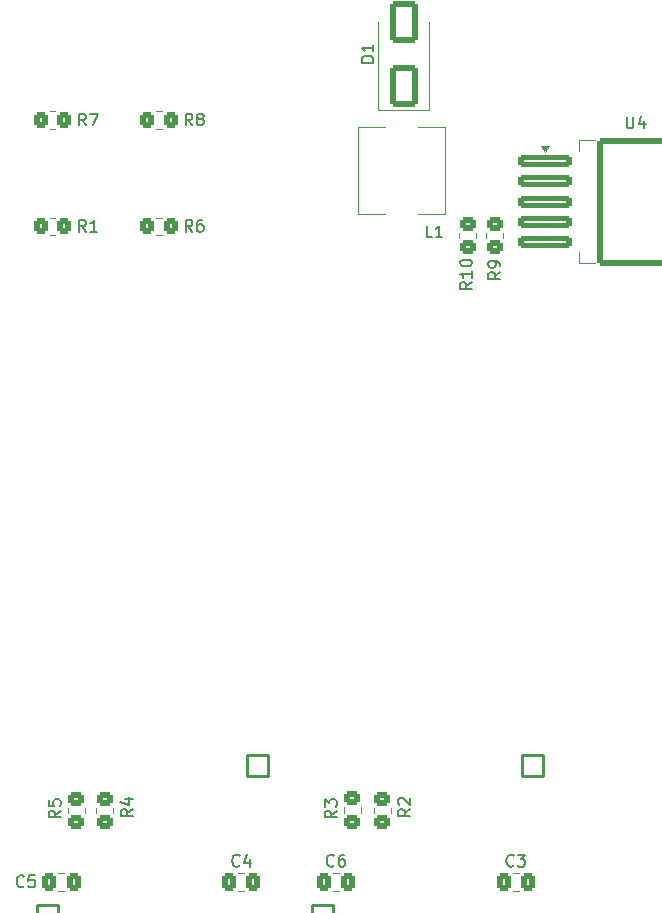
<source format=gbr>
%TF.GenerationSoftware,KiCad,Pcbnew,8.0.0*%
%TF.CreationDate,2025-04-05T00:05:52+03:00*%
%TF.ProjectId,esp_stepper,6573705f-7374-4657-9070-65722e6b6963,rev?*%
%TF.SameCoordinates,Original*%
%TF.FileFunction,Legend,Top*%
%TF.FilePolarity,Positive*%
%FSLAX46Y46*%
G04 Gerber Fmt 4.6, Leading zero omitted, Abs format (unit mm)*
G04 Created by KiCad (PCBNEW 8.0.0) date 2025-04-05 00:05:52*
%MOMM*%
%LPD*%
G01*
G04 APERTURE LIST*
G04 Aperture macros list*
%AMRoundRect*
0 Rectangle with rounded corners*
0 $1 Rounding radius*
0 $2 $3 $4 $5 $6 $7 $8 $9 X,Y pos of 4 corners*
0 Add a 4 corners polygon primitive as box body*
4,1,4,$2,$3,$4,$5,$6,$7,$8,$9,$2,$3,0*
0 Add four circle primitives for the rounded corners*
1,1,$1+$1,$2,$3*
1,1,$1+$1,$4,$5*
1,1,$1+$1,$6,$7*
1,1,$1+$1,$8,$9*
0 Add four rect primitives between the rounded corners*
20,1,$1+$1,$2,$3,$4,$5,0*
20,1,$1+$1,$4,$5,$6,$7,0*
20,1,$1+$1,$6,$7,$8,$9,0*
20,1,$1+$1,$8,$9,$2,$3,0*%
G04 Aperture macros list end*
%ADD10C,0.150000*%
%ADD11C,0.120000*%
%ADD12R,1.800000X1.800000*%
%ADD13C,1.800000*%
%ADD14R,2.600000X2.600000*%
%ADD15C,2.600000*%
%ADD16R,1.800000X2.600000*%
%ADD17O,1.800000X2.600000*%
%ADD18RoundRect,0.102000X0.900000X-0.900000X0.900000X0.900000X-0.900000X0.900000X-0.900000X-0.900000X0*%
%ADD19C,2.004000*%
%ADD20R,1.600000X1.600000*%
%ADD21C,1.600000*%
%ADD22R,1.700000X1.700000*%
%ADD23O,1.700000X1.700000*%
%ADD24RoundRect,0.250000X-0.450000X0.350000X-0.450000X-0.350000X0.450000X-0.350000X0.450000X0.350000X0*%
%ADD25RoundRect,0.250000X-0.350000X-0.450000X0.350000X-0.450000X0.350000X0.450000X-0.350000X0.450000X0*%
%ADD26R,2.600000X1.950000*%
%ADD27RoundRect,0.250000X-2.050000X-0.300000X2.050000X-0.300000X2.050000X0.300000X-2.050000X0.300000X0*%
%ADD28RoundRect,0.250002X-4.449998X-5.149998X4.449998X-5.149998X4.449998X5.149998X-4.449998X5.149998X0*%
%ADD29RoundRect,0.250000X0.337500X0.475000X-0.337500X0.475000X-0.337500X-0.475000X0.337500X-0.475000X0*%
%ADD30RoundRect,0.250000X0.900000X-1.500000X0.900000X1.500000X-0.900000X1.500000X-0.900000X-1.500000X0*%
G04 APERTURE END LIST*
D10*
X96011437Y-130468666D02*
X95535246Y-130801999D01*
X96011437Y-131040094D02*
X95011437Y-131040094D01*
X95011437Y-131040094D02*
X95011437Y-130659142D01*
X95011437Y-130659142D02*
X95059056Y-130563904D01*
X95059056Y-130563904D02*
X95106675Y-130516285D01*
X95106675Y-130516285D02*
X95201913Y-130468666D01*
X95201913Y-130468666D02*
X95344770Y-130468666D01*
X95344770Y-130468666D02*
X95440008Y-130516285D01*
X95440008Y-130516285D02*
X95487627Y-130563904D01*
X95487627Y-130563904D02*
X95535246Y-130659142D01*
X95535246Y-130659142D02*
X95535246Y-131040094D01*
X95011437Y-129563904D02*
X95011437Y-130040094D01*
X95011437Y-130040094D02*
X95487627Y-130087713D01*
X95487627Y-130087713D02*
X95440008Y-130040094D01*
X95440008Y-130040094D02*
X95392389Y-129944856D01*
X95392389Y-129944856D02*
X95392389Y-129706761D01*
X95392389Y-129706761D02*
X95440008Y-129611523D01*
X95440008Y-129611523D02*
X95487627Y-129563904D01*
X95487627Y-129563904D02*
X95582865Y-129516285D01*
X95582865Y-129516285D02*
X95820960Y-129516285D01*
X95820960Y-129516285D02*
X95916198Y-129563904D01*
X95916198Y-129563904D02*
X95963818Y-129611523D01*
X95963818Y-129611523D02*
X96011437Y-129706761D01*
X96011437Y-129706761D02*
X96011437Y-129944856D01*
X96011437Y-129944856D02*
X95963818Y-130040094D01*
X95963818Y-130040094D02*
X95916198Y-130087713D01*
X98155951Y-81454819D02*
X97822618Y-80978628D01*
X97584523Y-81454819D02*
X97584523Y-80454819D01*
X97584523Y-80454819D02*
X97965475Y-80454819D01*
X97965475Y-80454819D02*
X98060713Y-80502438D01*
X98060713Y-80502438D02*
X98108332Y-80550057D01*
X98108332Y-80550057D02*
X98155951Y-80645295D01*
X98155951Y-80645295D02*
X98155951Y-80788152D01*
X98155951Y-80788152D02*
X98108332Y-80883390D01*
X98108332Y-80883390D02*
X98060713Y-80931009D01*
X98060713Y-80931009D02*
X97965475Y-80978628D01*
X97965475Y-80978628D02*
X97584523Y-80978628D01*
X99108332Y-81454819D02*
X98536904Y-81454819D01*
X98822618Y-81454819D02*
X98822618Y-80454819D01*
X98822618Y-80454819D02*
X98727380Y-80597676D01*
X98727380Y-80597676D02*
X98632142Y-80692914D01*
X98632142Y-80692914D02*
X98536904Y-80740533D01*
X127479951Y-81931470D02*
X127003761Y-81931470D01*
X127003761Y-81931470D02*
X127003761Y-80931470D01*
X128337094Y-81931470D02*
X127765666Y-81931470D01*
X128051380Y-81931470D02*
X128051380Y-80931470D01*
X128051380Y-80931470D02*
X127956142Y-81074327D01*
X127956142Y-81074327D02*
X127860904Y-81169565D01*
X127860904Y-81169565D02*
X127765666Y-81217184D01*
X98155951Y-72454819D02*
X97822618Y-71978628D01*
X97584523Y-72454819D02*
X97584523Y-71454819D01*
X97584523Y-71454819D02*
X97965475Y-71454819D01*
X97965475Y-71454819D02*
X98060713Y-71502438D01*
X98060713Y-71502438D02*
X98108332Y-71550057D01*
X98108332Y-71550057D02*
X98155951Y-71645295D01*
X98155951Y-71645295D02*
X98155951Y-71788152D01*
X98155951Y-71788152D02*
X98108332Y-71883390D01*
X98108332Y-71883390D02*
X98060713Y-71931009D01*
X98060713Y-71931009D02*
X97965475Y-71978628D01*
X97965475Y-71978628D02*
X97584523Y-71978628D01*
X98489285Y-71454819D02*
X99155951Y-71454819D01*
X99155951Y-71454819D02*
X98727380Y-72454819D01*
X143935713Y-71707470D02*
X143935713Y-72516993D01*
X143935713Y-72516993D02*
X143983332Y-72612231D01*
X143983332Y-72612231D02*
X144030951Y-72659851D01*
X144030951Y-72659851D02*
X144126189Y-72707470D01*
X144126189Y-72707470D02*
X144316665Y-72707470D01*
X144316665Y-72707470D02*
X144411903Y-72659851D01*
X144411903Y-72659851D02*
X144459522Y-72612231D01*
X144459522Y-72612231D02*
X144507141Y-72516993D01*
X144507141Y-72516993D02*
X144507141Y-71707470D01*
X145411903Y-72040803D02*
X145411903Y-72707470D01*
X145173808Y-71659851D02*
X144935713Y-72374136D01*
X144935713Y-72374136D02*
X145554760Y-72374136D01*
X133222437Y-84875666D02*
X132746246Y-85208999D01*
X133222437Y-85447094D02*
X132222437Y-85447094D01*
X132222437Y-85447094D02*
X132222437Y-85066142D01*
X132222437Y-85066142D02*
X132270056Y-84970904D01*
X132270056Y-84970904D02*
X132317675Y-84923285D01*
X132317675Y-84923285D02*
X132412913Y-84875666D01*
X132412913Y-84875666D02*
X132555770Y-84875666D01*
X132555770Y-84875666D02*
X132651008Y-84923285D01*
X132651008Y-84923285D02*
X132698627Y-84970904D01*
X132698627Y-84970904D02*
X132746246Y-85066142D01*
X132746246Y-85066142D02*
X132746246Y-85447094D01*
X133222437Y-84399475D02*
X133222437Y-84208999D01*
X133222437Y-84208999D02*
X133174818Y-84113761D01*
X133174818Y-84113761D02*
X133127198Y-84066142D01*
X133127198Y-84066142D02*
X132984341Y-83970904D01*
X132984341Y-83970904D02*
X132793865Y-83923285D01*
X132793865Y-83923285D02*
X132412913Y-83923285D01*
X132412913Y-83923285D02*
X132317675Y-83970904D01*
X132317675Y-83970904D02*
X132270056Y-84018523D01*
X132270056Y-84018523D02*
X132222437Y-84113761D01*
X132222437Y-84113761D02*
X132222437Y-84304237D01*
X132222437Y-84304237D02*
X132270056Y-84399475D01*
X132270056Y-84399475D02*
X132317675Y-84447094D01*
X132317675Y-84447094D02*
X132412913Y-84494713D01*
X132412913Y-84494713D02*
X132651008Y-84494713D01*
X132651008Y-84494713D02*
X132746246Y-84447094D01*
X132746246Y-84447094D02*
X132793865Y-84399475D01*
X132793865Y-84399475D02*
X132841484Y-84304237D01*
X132841484Y-84304237D02*
X132841484Y-84113761D01*
X132841484Y-84113761D02*
X132793865Y-84018523D01*
X132793865Y-84018523D02*
X132746246Y-83970904D01*
X132746246Y-83970904D02*
X132651008Y-83923285D01*
X107155951Y-72454819D02*
X106822618Y-71978628D01*
X106584523Y-72454819D02*
X106584523Y-71454819D01*
X106584523Y-71454819D02*
X106965475Y-71454819D01*
X106965475Y-71454819D02*
X107060713Y-71502438D01*
X107060713Y-71502438D02*
X107108332Y-71550057D01*
X107108332Y-71550057D02*
X107155951Y-71645295D01*
X107155951Y-71645295D02*
X107155951Y-71788152D01*
X107155951Y-71788152D02*
X107108332Y-71883390D01*
X107108332Y-71883390D02*
X107060713Y-71931009D01*
X107060713Y-71931009D02*
X106965475Y-71978628D01*
X106965475Y-71978628D02*
X106584523Y-71978628D01*
X107727380Y-71883390D02*
X107632142Y-71835771D01*
X107632142Y-71835771D02*
X107584523Y-71788152D01*
X107584523Y-71788152D02*
X107536904Y-71692914D01*
X107536904Y-71692914D02*
X107536904Y-71645295D01*
X107536904Y-71645295D02*
X107584523Y-71550057D01*
X107584523Y-71550057D02*
X107632142Y-71502438D01*
X107632142Y-71502438D02*
X107727380Y-71454819D01*
X107727380Y-71454819D02*
X107917856Y-71454819D01*
X107917856Y-71454819D02*
X108013094Y-71502438D01*
X108013094Y-71502438D02*
X108060713Y-71550057D01*
X108060713Y-71550057D02*
X108108332Y-71645295D01*
X108108332Y-71645295D02*
X108108332Y-71692914D01*
X108108332Y-71692914D02*
X108060713Y-71788152D01*
X108060713Y-71788152D02*
X108013094Y-71835771D01*
X108013094Y-71835771D02*
X107917856Y-71883390D01*
X107917856Y-71883390D02*
X107727380Y-71883390D01*
X107727380Y-71883390D02*
X107632142Y-71931009D01*
X107632142Y-71931009D02*
X107584523Y-71978628D01*
X107584523Y-71978628D02*
X107536904Y-72073866D01*
X107536904Y-72073866D02*
X107536904Y-72264342D01*
X107536904Y-72264342D02*
X107584523Y-72359580D01*
X107584523Y-72359580D02*
X107632142Y-72407200D01*
X107632142Y-72407200D02*
X107727380Y-72454819D01*
X107727380Y-72454819D02*
X107917856Y-72454819D01*
X107917856Y-72454819D02*
X108013094Y-72407200D01*
X108013094Y-72407200D02*
X108060713Y-72359580D01*
X108060713Y-72359580D02*
X108108332Y-72264342D01*
X108108332Y-72264342D02*
X108108332Y-72073866D01*
X108108332Y-72073866D02*
X108060713Y-71978628D01*
X108060713Y-71978628D02*
X108013094Y-71931009D01*
X108013094Y-71931009D02*
X107917856Y-71883390D01*
X125602437Y-130341666D02*
X125126246Y-130674999D01*
X125602437Y-130913094D02*
X124602437Y-130913094D01*
X124602437Y-130913094D02*
X124602437Y-130532142D01*
X124602437Y-130532142D02*
X124650056Y-130436904D01*
X124650056Y-130436904D02*
X124697675Y-130389285D01*
X124697675Y-130389285D02*
X124792913Y-130341666D01*
X124792913Y-130341666D02*
X124935770Y-130341666D01*
X124935770Y-130341666D02*
X125031008Y-130389285D01*
X125031008Y-130389285D02*
X125078627Y-130436904D01*
X125078627Y-130436904D02*
X125126246Y-130532142D01*
X125126246Y-130532142D02*
X125126246Y-130913094D01*
X124697675Y-129960713D02*
X124650056Y-129913094D01*
X124650056Y-129913094D02*
X124602437Y-129817856D01*
X124602437Y-129817856D02*
X124602437Y-129579761D01*
X124602437Y-129579761D02*
X124650056Y-129484523D01*
X124650056Y-129484523D02*
X124697675Y-129436904D01*
X124697675Y-129436904D02*
X124792913Y-129389285D01*
X124792913Y-129389285D02*
X124888151Y-129389285D01*
X124888151Y-129389285D02*
X125031008Y-129436904D01*
X125031008Y-129436904D02*
X125602437Y-130008332D01*
X125602437Y-130008332D02*
X125602437Y-129389285D01*
X92905951Y-136859580D02*
X92858332Y-136907200D01*
X92858332Y-136907200D02*
X92715475Y-136954819D01*
X92715475Y-136954819D02*
X92620237Y-136954819D01*
X92620237Y-136954819D02*
X92477380Y-136907200D01*
X92477380Y-136907200D02*
X92382142Y-136811961D01*
X92382142Y-136811961D02*
X92334523Y-136716723D01*
X92334523Y-136716723D02*
X92286904Y-136526247D01*
X92286904Y-136526247D02*
X92286904Y-136383390D01*
X92286904Y-136383390D02*
X92334523Y-136192914D01*
X92334523Y-136192914D02*
X92382142Y-136097676D01*
X92382142Y-136097676D02*
X92477380Y-136002438D01*
X92477380Y-136002438D02*
X92620237Y-135954819D01*
X92620237Y-135954819D02*
X92715475Y-135954819D01*
X92715475Y-135954819D02*
X92858332Y-136002438D01*
X92858332Y-136002438D02*
X92905951Y-136050057D01*
X93810713Y-135954819D02*
X93334523Y-135954819D01*
X93334523Y-135954819D02*
X93286904Y-136431009D01*
X93286904Y-136431009D02*
X93334523Y-136383390D01*
X93334523Y-136383390D02*
X93429761Y-136335771D01*
X93429761Y-136335771D02*
X93667856Y-136335771D01*
X93667856Y-136335771D02*
X93763094Y-136383390D01*
X93763094Y-136383390D02*
X93810713Y-136431009D01*
X93810713Y-136431009D02*
X93858332Y-136526247D01*
X93858332Y-136526247D02*
X93858332Y-136764342D01*
X93858332Y-136764342D02*
X93810713Y-136859580D01*
X93810713Y-136859580D02*
X93763094Y-136907200D01*
X93763094Y-136907200D02*
X93667856Y-136954819D01*
X93667856Y-136954819D02*
X93429761Y-136954819D01*
X93429761Y-136954819D02*
X93334523Y-136907200D01*
X93334523Y-136907200D02*
X93286904Y-136859580D01*
X102107437Y-130341666D02*
X101631246Y-130674999D01*
X102107437Y-130913094D02*
X101107437Y-130913094D01*
X101107437Y-130913094D02*
X101107437Y-130532142D01*
X101107437Y-130532142D02*
X101155056Y-130436904D01*
X101155056Y-130436904D02*
X101202675Y-130389285D01*
X101202675Y-130389285D02*
X101297913Y-130341666D01*
X101297913Y-130341666D02*
X101440770Y-130341666D01*
X101440770Y-130341666D02*
X101536008Y-130389285D01*
X101536008Y-130389285D02*
X101583627Y-130436904D01*
X101583627Y-130436904D02*
X101631246Y-130532142D01*
X101631246Y-130532142D02*
X101631246Y-130913094D01*
X101440770Y-129484523D02*
X102107437Y-129484523D01*
X101059818Y-129722618D02*
X101774103Y-129960713D01*
X101774103Y-129960713D02*
X101774103Y-129341666D01*
X111155951Y-135109580D02*
X111108332Y-135157200D01*
X111108332Y-135157200D02*
X110965475Y-135204819D01*
X110965475Y-135204819D02*
X110870237Y-135204819D01*
X110870237Y-135204819D02*
X110727380Y-135157200D01*
X110727380Y-135157200D02*
X110632142Y-135061961D01*
X110632142Y-135061961D02*
X110584523Y-134966723D01*
X110584523Y-134966723D02*
X110536904Y-134776247D01*
X110536904Y-134776247D02*
X110536904Y-134633390D01*
X110536904Y-134633390D02*
X110584523Y-134442914D01*
X110584523Y-134442914D02*
X110632142Y-134347676D01*
X110632142Y-134347676D02*
X110727380Y-134252438D01*
X110727380Y-134252438D02*
X110870237Y-134204819D01*
X110870237Y-134204819D02*
X110965475Y-134204819D01*
X110965475Y-134204819D02*
X111108332Y-134252438D01*
X111108332Y-134252438D02*
X111155951Y-134300057D01*
X112013094Y-134538152D02*
X112013094Y-135204819D01*
X111774999Y-134157200D02*
X111536904Y-134871485D01*
X111536904Y-134871485D02*
X112155951Y-134871485D01*
X130825437Y-85716857D02*
X130349246Y-86050190D01*
X130825437Y-86288285D02*
X129825437Y-86288285D01*
X129825437Y-86288285D02*
X129825437Y-85907333D01*
X129825437Y-85907333D02*
X129873056Y-85812095D01*
X129873056Y-85812095D02*
X129920675Y-85764476D01*
X129920675Y-85764476D02*
X130015913Y-85716857D01*
X130015913Y-85716857D02*
X130158770Y-85716857D01*
X130158770Y-85716857D02*
X130254008Y-85764476D01*
X130254008Y-85764476D02*
X130301627Y-85812095D01*
X130301627Y-85812095D02*
X130349246Y-85907333D01*
X130349246Y-85907333D02*
X130349246Y-86288285D01*
X130825437Y-84764476D02*
X130825437Y-85335904D01*
X130825437Y-85050190D02*
X129825437Y-85050190D01*
X129825437Y-85050190D02*
X129968294Y-85145428D01*
X129968294Y-85145428D02*
X130063532Y-85240666D01*
X130063532Y-85240666D02*
X130111151Y-85335904D01*
X129825437Y-84145428D02*
X129825437Y-84050190D01*
X129825437Y-84050190D02*
X129873056Y-83954952D01*
X129873056Y-83954952D02*
X129920675Y-83907333D01*
X129920675Y-83907333D02*
X130015913Y-83859714D01*
X130015913Y-83859714D02*
X130206389Y-83812095D01*
X130206389Y-83812095D02*
X130444484Y-83812095D01*
X130444484Y-83812095D02*
X130634960Y-83859714D01*
X130634960Y-83859714D02*
X130730198Y-83907333D01*
X130730198Y-83907333D02*
X130777818Y-83954952D01*
X130777818Y-83954952D02*
X130825437Y-84050190D01*
X130825437Y-84050190D02*
X130825437Y-84145428D01*
X130825437Y-84145428D02*
X130777818Y-84240666D01*
X130777818Y-84240666D02*
X130730198Y-84288285D01*
X130730198Y-84288285D02*
X130634960Y-84335904D01*
X130634960Y-84335904D02*
X130444484Y-84383523D01*
X130444484Y-84383523D02*
X130206389Y-84383523D01*
X130206389Y-84383523D02*
X130015913Y-84335904D01*
X130015913Y-84335904D02*
X129920675Y-84288285D01*
X129920675Y-84288285D02*
X129873056Y-84240666D01*
X129873056Y-84240666D02*
X129825437Y-84145428D01*
X122497937Y-67136594D02*
X121497937Y-67136594D01*
X121497937Y-67136594D02*
X121497937Y-66898499D01*
X121497937Y-66898499D02*
X121545556Y-66755642D01*
X121545556Y-66755642D02*
X121640794Y-66660404D01*
X121640794Y-66660404D02*
X121736032Y-66612785D01*
X121736032Y-66612785D02*
X121926508Y-66565166D01*
X121926508Y-66565166D02*
X122069365Y-66565166D01*
X122069365Y-66565166D02*
X122259841Y-66612785D01*
X122259841Y-66612785D02*
X122355079Y-66660404D01*
X122355079Y-66660404D02*
X122450318Y-66755642D01*
X122450318Y-66755642D02*
X122497937Y-66898499D01*
X122497937Y-66898499D02*
X122497937Y-67136594D01*
X122497937Y-65612785D02*
X122497937Y-66184213D01*
X122497937Y-65898499D02*
X121497937Y-65898499D01*
X121497937Y-65898499D02*
X121640794Y-65993737D01*
X121640794Y-65993737D02*
X121736032Y-66088975D01*
X121736032Y-66088975D02*
X121783651Y-66184213D01*
X107155951Y-81454819D02*
X106822618Y-80978628D01*
X106584523Y-81454819D02*
X106584523Y-80454819D01*
X106584523Y-80454819D02*
X106965475Y-80454819D01*
X106965475Y-80454819D02*
X107060713Y-80502438D01*
X107060713Y-80502438D02*
X107108332Y-80550057D01*
X107108332Y-80550057D02*
X107155951Y-80645295D01*
X107155951Y-80645295D02*
X107155951Y-80788152D01*
X107155951Y-80788152D02*
X107108332Y-80883390D01*
X107108332Y-80883390D02*
X107060713Y-80931009D01*
X107060713Y-80931009D02*
X106965475Y-80978628D01*
X106965475Y-80978628D02*
X106584523Y-80978628D01*
X108013094Y-80454819D02*
X107822618Y-80454819D01*
X107822618Y-80454819D02*
X107727380Y-80502438D01*
X107727380Y-80502438D02*
X107679761Y-80550057D01*
X107679761Y-80550057D02*
X107584523Y-80692914D01*
X107584523Y-80692914D02*
X107536904Y-80883390D01*
X107536904Y-80883390D02*
X107536904Y-81264342D01*
X107536904Y-81264342D02*
X107584523Y-81359580D01*
X107584523Y-81359580D02*
X107632142Y-81407200D01*
X107632142Y-81407200D02*
X107727380Y-81454819D01*
X107727380Y-81454819D02*
X107917856Y-81454819D01*
X107917856Y-81454819D02*
X108013094Y-81407200D01*
X108013094Y-81407200D02*
X108060713Y-81359580D01*
X108060713Y-81359580D02*
X108108332Y-81264342D01*
X108108332Y-81264342D02*
X108108332Y-81026247D01*
X108108332Y-81026247D02*
X108060713Y-80931009D01*
X108060713Y-80931009D02*
X108013094Y-80883390D01*
X108013094Y-80883390D02*
X107917856Y-80835771D01*
X107917856Y-80835771D02*
X107727380Y-80835771D01*
X107727380Y-80835771D02*
X107632142Y-80883390D01*
X107632142Y-80883390D02*
X107584523Y-80931009D01*
X107584523Y-80931009D02*
X107536904Y-81026247D01*
X119155951Y-135109580D02*
X119108332Y-135157200D01*
X119108332Y-135157200D02*
X118965475Y-135204819D01*
X118965475Y-135204819D02*
X118870237Y-135204819D01*
X118870237Y-135204819D02*
X118727380Y-135157200D01*
X118727380Y-135157200D02*
X118632142Y-135061961D01*
X118632142Y-135061961D02*
X118584523Y-134966723D01*
X118584523Y-134966723D02*
X118536904Y-134776247D01*
X118536904Y-134776247D02*
X118536904Y-134633390D01*
X118536904Y-134633390D02*
X118584523Y-134442914D01*
X118584523Y-134442914D02*
X118632142Y-134347676D01*
X118632142Y-134347676D02*
X118727380Y-134252438D01*
X118727380Y-134252438D02*
X118870237Y-134204819D01*
X118870237Y-134204819D02*
X118965475Y-134204819D01*
X118965475Y-134204819D02*
X119108332Y-134252438D01*
X119108332Y-134252438D02*
X119155951Y-134300057D01*
X120013094Y-134204819D02*
X119822618Y-134204819D01*
X119822618Y-134204819D02*
X119727380Y-134252438D01*
X119727380Y-134252438D02*
X119679761Y-134300057D01*
X119679761Y-134300057D02*
X119584523Y-134442914D01*
X119584523Y-134442914D02*
X119536904Y-134633390D01*
X119536904Y-134633390D02*
X119536904Y-135014342D01*
X119536904Y-135014342D02*
X119584523Y-135109580D01*
X119584523Y-135109580D02*
X119632142Y-135157200D01*
X119632142Y-135157200D02*
X119727380Y-135204819D01*
X119727380Y-135204819D02*
X119917856Y-135204819D01*
X119917856Y-135204819D02*
X120013094Y-135157200D01*
X120013094Y-135157200D02*
X120060713Y-135109580D01*
X120060713Y-135109580D02*
X120108332Y-135014342D01*
X120108332Y-135014342D02*
X120108332Y-134776247D01*
X120108332Y-134776247D02*
X120060713Y-134681009D01*
X120060713Y-134681009D02*
X120013094Y-134633390D01*
X120013094Y-134633390D02*
X119917856Y-134585771D01*
X119917856Y-134585771D02*
X119727380Y-134585771D01*
X119727380Y-134585771D02*
X119632142Y-134633390D01*
X119632142Y-134633390D02*
X119584523Y-134681009D01*
X119584523Y-134681009D02*
X119536904Y-134776247D01*
X119379437Y-130468666D02*
X118903246Y-130801999D01*
X119379437Y-131040094D02*
X118379437Y-131040094D01*
X118379437Y-131040094D02*
X118379437Y-130659142D01*
X118379437Y-130659142D02*
X118427056Y-130563904D01*
X118427056Y-130563904D02*
X118474675Y-130516285D01*
X118474675Y-130516285D02*
X118569913Y-130468666D01*
X118569913Y-130468666D02*
X118712770Y-130468666D01*
X118712770Y-130468666D02*
X118808008Y-130516285D01*
X118808008Y-130516285D02*
X118855627Y-130563904D01*
X118855627Y-130563904D02*
X118903246Y-130659142D01*
X118903246Y-130659142D02*
X118903246Y-131040094D01*
X118379437Y-130135332D02*
X118379437Y-129516285D01*
X118379437Y-129516285D02*
X118760389Y-129849618D01*
X118760389Y-129849618D02*
X118760389Y-129706761D01*
X118760389Y-129706761D02*
X118808008Y-129611523D01*
X118808008Y-129611523D02*
X118855627Y-129563904D01*
X118855627Y-129563904D02*
X118950865Y-129516285D01*
X118950865Y-129516285D02*
X119188960Y-129516285D01*
X119188960Y-129516285D02*
X119284198Y-129563904D01*
X119284198Y-129563904D02*
X119331818Y-129611523D01*
X119331818Y-129611523D02*
X119379437Y-129706761D01*
X119379437Y-129706761D02*
X119379437Y-129992475D01*
X119379437Y-129992475D02*
X119331818Y-130087713D01*
X119331818Y-130087713D02*
X119284198Y-130135332D01*
X134368451Y-135109580D02*
X134320832Y-135157200D01*
X134320832Y-135157200D02*
X134177975Y-135204819D01*
X134177975Y-135204819D02*
X134082737Y-135204819D01*
X134082737Y-135204819D02*
X133939880Y-135157200D01*
X133939880Y-135157200D02*
X133844642Y-135061961D01*
X133844642Y-135061961D02*
X133797023Y-134966723D01*
X133797023Y-134966723D02*
X133749404Y-134776247D01*
X133749404Y-134776247D02*
X133749404Y-134633390D01*
X133749404Y-134633390D02*
X133797023Y-134442914D01*
X133797023Y-134442914D02*
X133844642Y-134347676D01*
X133844642Y-134347676D02*
X133939880Y-134252438D01*
X133939880Y-134252438D02*
X134082737Y-134204819D01*
X134082737Y-134204819D02*
X134177975Y-134204819D01*
X134177975Y-134204819D02*
X134320832Y-134252438D01*
X134320832Y-134252438D02*
X134368451Y-134300057D01*
X134701785Y-134204819D02*
X135320832Y-134204819D01*
X135320832Y-134204819D02*
X134987499Y-134585771D01*
X134987499Y-134585771D02*
X135130356Y-134585771D01*
X135130356Y-134585771D02*
X135225594Y-134633390D01*
X135225594Y-134633390D02*
X135273213Y-134681009D01*
X135273213Y-134681009D02*
X135320832Y-134776247D01*
X135320832Y-134776247D02*
X135320832Y-135014342D01*
X135320832Y-135014342D02*
X135273213Y-135109580D01*
X135273213Y-135109580D02*
X135225594Y-135157200D01*
X135225594Y-135157200D02*
X135130356Y-135204819D01*
X135130356Y-135204819D02*
X134844642Y-135204819D01*
X134844642Y-135204819D02*
X134749404Y-135157200D01*
X134749404Y-135157200D02*
X134701785Y-135109580D01*
D11*
%TO.C,R5*%
X98069618Y-130217936D02*
X98069618Y-130672064D01*
X96599618Y-130217936D02*
X96599618Y-130672064D01*
%TO.C,R1*%
X95095554Y-80265000D02*
X95549682Y-80265000D01*
X95095554Y-81735000D02*
X95549682Y-81735000D01*
%TO.C,L1*%
X126252618Y-72569651D02*
X128552618Y-72569651D01*
X128552618Y-72569651D02*
X128552618Y-79969651D01*
X128552618Y-79969651D02*
X126252618Y-79969651D01*
X121152618Y-72569651D02*
X123452618Y-72569651D01*
X121152618Y-79969651D02*
X121152618Y-72569651D01*
X123452618Y-79969651D02*
X121152618Y-79969651D01*
%TO.C,R7*%
X95095554Y-71265000D02*
X95549682Y-71265000D01*
X95095554Y-72735000D02*
X95549682Y-72735000D01*
%TO.C,U4*%
X141237618Y-73702651D02*
X139872618Y-73702651D01*
X139872618Y-73702651D02*
X139872618Y-74652651D01*
X139872618Y-84102651D02*
X139872618Y-83152651D01*
X141237618Y-84102651D02*
X139872618Y-84102651D01*
X137047618Y-74692651D02*
X136707618Y-74222651D01*
X137387618Y-74222651D01*
X137047618Y-74692651D01*
G36*
X137047618Y-74692651D02*
G01*
X136707618Y-74222651D01*
X137387618Y-74222651D01*
X137047618Y-74692651D01*
G37*
%TO.C,R9*%
X133502618Y-81560936D02*
X133502618Y-82015064D01*
X132032618Y-81560936D02*
X132032618Y-82015064D01*
%TO.C,R8*%
X104095554Y-71265000D02*
X104549682Y-71265000D01*
X104095554Y-72735000D02*
X104549682Y-72735000D01*
%TO.C,R2*%
X123977618Y-130217936D02*
X123977618Y-130672064D01*
X122507618Y-130217936D02*
X122507618Y-130672064D01*
%TO.C,C5*%
X96333870Y-135765000D02*
X95811366Y-135765000D01*
X96333870Y-137235000D02*
X95811366Y-137235000D01*
%TO.C,R4*%
X100482618Y-130217936D02*
X100482618Y-130672064D01*
X99012618Y-130217936D02*
X99012618Y-130672064D01*
%TO.C,C4*%
X111546370Y-135765000D02*
X111023866Y-135765000D01*
X111546370Y-137235000D02*
X111023866Y-137235000D01*
%TO.C,R10*%
X131216618Y-81544936D02*
X131216618Y-81999064D01*
X129746618Y-81544936D02*
X129746618Y-81999064D01*
%TO.C,D1*%
X127193118Y-71108500D02*
X127193118Y-63698500D01*
X122893118Y-71108500D02*
X127193118Y-71108500D01*
X122893118Y-71108500D02*
X122893118Y-63698500D01*
%TO.C,R6*%
X104095554Y-80265000D02*
X104549682Y-80265000D01*
X104095554Y-81735000D02*
X104549682Y-81735000D01*
%TO.C,C6*%
X119583870Y-135765000D02*
X119061366Y-135765000D01*
X119583870Y-137235000D02*
X119061366Y-137235000D01*
%TO.C,R3*%
X121437618Y-130201936D02*
X121437618Y-130656064D01*
X119967618Y-130201936D02*
X119967618Y-130656064D01*
%TO.C,C3*%
X134833870Y-135765000D02*
X134311366Y-135765000D01*
X134833870Y-137235000D02*
X134311366Y-137235000D01*
%TD*%
%LPC*%
D12*
%TO.C,D5*%
X105597618Y-67500000D03*
D13*
X103057618Y-67500000D03*
%TD*%
D12*
%TO.C,D3*%
X105597618Y-76500000D03*
D13*
X103057618Y-76500000D03*
%TD*%
D14*
%TO.C,J1*%
X111322618Y-147805000D03*
D15*
X106322618Y-147805000D03*
X101322618Y-147805000D03*
X96322618Y-147805000D03*
%TD*%
D16*
%TO.C,U5*%
X91430538Y-88070000D03*
D17*
X93970538Y-88070000D03*
X96510538Y-88070000D03*
X99050538Y-88070000D03*
X101590538Y-88070000D03*
X104130538Y-88070000D03*
X106670538Y-88070000D03*
X109210538Y-88070000D03*
X111750538Y-88070000D03*
X114290538Y-88070000D03*
X116830538Y-88070000D03*
X119370538Y-88070000D03*
X121910538Y-88070000D03*
X124450538Y-88070000D03*
X126990538Y-88070000D03*
X129530538Y-88070000D03*
X132070538Y-88070000D03*
X134610538Y-88070000D03*
X137150538Y-88070000D03*
X139687818Y-88066320D03*
X142227818Y-88066320D03*
X144767818Y-88066320D03*
X144770538Y-110930000D03*
X142230538Y-110930000D03*
X139690538Y-110930000D03*
X137150538Y-110930000D03*
X134610538Y-110930000D03*
X132070538Y-110930000D03*
X129530538Y-110930000D03*
X126990538Y-110930000D03*
X124450538Y-110930000D03*
X121910538Y-110930000D03*
X119370538Y-110930000D03*
X116830538Y-110930000D03*
X114290538Y-110930000D03*
X111750538Y-110930000D03*
X109210538Y-110930000D03*
X106670538Y-110930000D03*
X104130538Y-110930000D03*
X101590538Y-110930000D03*
X99050538Y-110930000D03*
X96510538Y-110930000D03*
X93970538Y-110930000D03*
X91430538Y-110930000D03*
%TD*%
D18*
%TO.C,U1*%
X112712618Y-126650000D03*
D19*
X110172618Y-126650000D03*
X107632618Y-126650000D03*
X105092618Y-126650000D03*
X102552618Y-126650000D03*
X100012618Y-126650000D03*
X97472618Y-126650000D03*
X94932618Y-126650000D03*
D18*
X94932618Y-139350000D03*
D19*
X97472618Y-139350000D03*
X100012618Y-139350000D03*
X102552618Y-139350000D03*
X105092618Y-139350000D03*
X107632618Y-139350000D03*
X110172618Y-139350000D03*
X112712618Y-139350000D03*
%TD*%
D20*
%TO.C,C1*%
X136272618Y-69305302D03*
D21*
X136272618Y-64305302D03*
%TD*%
D22*
%TO.C,J10*%
X140572618Y-123830000D03*
D23*
X140572618Y-121290000D03*
X140572618Y-118750000D03*
%TD*%
D20*
%TO.C,C8*%
X87993967Y-135625651D03*
D21*
X87993967Y-130625651D03*
%TD*%
D14*
%TO.C,J3*%
X134572618Y-147805000D03*
D15*
X129572618Y-147805000D03*
X124572618Y-147805000D03*
X119572618Y-147805000D03*
%TD*%
D20*
%TO.C,C2*%
X115622618Y-77840651D03*
D21*
X115622618Y-72840651D03*
%TD*%
D22*
%TO.C,J4*%
X98604618Y-120775000D03*
D23*
X98604618Y-118235000D03*
%TD*%
D22*
%TO.C,J5*%
X102414618Y-120775000D03*
D23*
X102414618Y-118235000D03*
%TD*%
D22*
%TO.C,J6*%
X124258618Y-120750000D03*
D23*
X124258618Y-118210000D03*
%TD*%
D12*
%TO.C,D4*%
X96597618Y-67500000D03*
D13*
X94057618Y-67500000D03*
%TD*%
D22*
%TO.C,J8*%
X145072618Y-123830000D03*
D23*
X145072618Y-121290000D03*
X145072618Y-118750000D03*
%TD*%
D22*
%TO.C,J7*%
X120572618Y-120750000D03*
D23*
X120572618Y-118210000D03*
%TD*%
D18*
%TO.C,U2*%
X135962618Y-126650000D03*
D19*
X133422618Y-126650000D03*
X130882618Y-126650000D03*
X128342618Y-126650000D03*
X125802618Y-126650000D03*
X123262618Y-126650000D03*
X120722618Y-126650000D03*
X118182618Y-126650000D03*
D18*
X118182618Y-139350000D03*
D19*
X120722618Y-139350000D03*
X123262618Y-139350000D03*
X125802618Y-139350000D03*
X128342618Y-139350000D03*
X130882618Y-139350000D03*
X133422618Y-139350000D03*
X135962618Y-139350000D03*
%TD*%
D20*
%TO.C,C7*%
X143181618Y-147690651D03*
D21*
X143181618Y-142690651D03*
%TD*%
D12*
%TO.C,D2*%
X96597618Y-76500000D03*
D13*
X94057618Y-76500000D03*
%TD*%
D22*
%TO.C,J9*%
X145072618Y-134080000D03*
D23*
X145072618Y-131540000D03*
X145072618Y-129000000D03*
%TD*%
D14*
%TO.C,J2*%
X145727618Y-66597651D03*
D15*
X150807618Y-66597651D03*
%TD*%
D22*
%TO.C,J11*%
X140572618Y-134080000D03*
D23*
X140572618Y-131540000D03*
X140572618Y-129000000D03*
%TD*%
D24*
%TO.C,R5*%
X97334618Y-129445000D03*
X97334618Y-131445000D03*
%TD*%
D25*
%TO.C,R1*%
X94322618Y-81000000D03*
X96322618Y-81000000D03*
%TD*%
D26*
%TO.C,L1*%
X124852618Y-73269651D03*
X124852618Y-79269651D03*
%TD*%
D25*
%TO.C,R7*%
X94322618Y-72000000D03*
X96322618Y-72000000D03*
%TD*%
D27*
%TO.C,U4*%
X137047618Y-75502651D03*
X137047618Y-77202651D03*
X137047618Y-78902651D03*
D28*
X146197618Y-78902651D03*
D27*
X137047618Y-80602651D03*
X137047618Y-82302651D03*
%TD*%
D24*
%TO.C,R9*%
X132767618Y-80788000D03*
X132767618Y-82788000D03*
%TD*%
D25*
%TO.C,R8*%
X103322618Y-72000000D03*
X105322618Y-72000000D03*
%TD*%
D24*
%TO.C,R2*%
X123242618Y-129445000D03*
X123242618Y-131445000D03*
%TD*%
D29*
%TO.C,C5*%
X97110118Y-136500000D03*
X95035118Y-136500000D03*
%TD*%
D24*
%TO.C,R4*%
X99747618Y-129445000D03*
X99747618Y-131445000D03*
%TD*%
D29*
%TO.C,C4*%
X112322618Y-136500000D03*
X110247618Y-136500000D03*
%TD*%
D24*
%TO.C,R10*%
X130481618Y-80772000D03*
X130481618Y-82772000D03*
%TD*%
D30*
%TO.C,D1*%
X125043118Y-69098500D03*
X125043118Y-63698500D03*
%TD*%
D25*
%TO.C,R6*%
X103322618Y-81000000D03*
X105322618Y-81000000D03*
%TD*%
D29*
%TO.C,C6*%
X120360118Y-136500000D03*
X118285118Y-136500000D03*
%TD*%
D24*
%TO.C,R3*%
X120702618Y-129429000D03*
X120702618Y-131429000D03*
%TD*%
D29*
%TO.C,C3*%
X135610118Y-136500000D03*
X133535118Y-136500000D03*
%TD*%
%LPD*%
M02*

</source>
